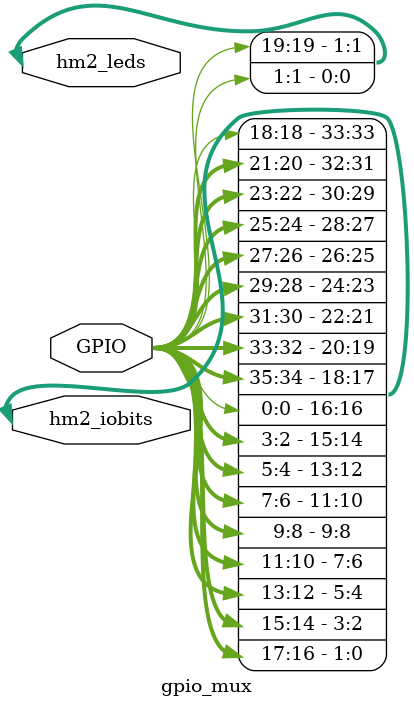
<source format=sv>
module gpio_mux (
	inout [GPIOWidth-1:0]	GPIO,
	inout [IOWidth-1:0] 	hm2_iobits,
	inout [1:0]				hm2_leds
);

parameter GPIOWidth = 36;
parameter IOWidth = 34;

`ifdef GPIO_STRAIGHT

assign GPIO[IOWidth-1:0] = hm2_iobits;
assign GPIO[GPIOWidth-1:IOWidth] = hm2_leds;

`else

assign GPIO[16] = hm2_iobits[00]; // PIN 1
assign GPIO[17] = hm2_iobits[01]; // PIN 14
assign GPIO[14] = hm2_iobits[02]; // PIN 2
assign GPIO[15] = hm2_iobits[03]; // PIN 15
assign GPIO[12] = hm2_iobits[04]; // PIN 3
assign GPIO[13] = hm2_iobits[05]; // PIN 16
assign GPIO[10] = hm2_iobits[06]; // PIN 4
assign GPIO[11] = hm2_iobits[07]; // PIN 17
assign GPIO[08] = hm2_iobits[08]; // PIN 5
assign GPIO[09] = hm2_iobits[09]; // PIN 6
assign GPIO[06] = hm2_iobits[10]; // PIN 7
assign GPIO[07] = hm2_iobits[11]; // PIN 8
assign GPIO[04] = hm2_iobits[12]; // PIN 9
assign GPIO[05] = hm2_iobits[13]; // PIN 10
assign GPIO[02] = hm2_iobits[14]; // PIN 11
assign GPIO[03] = hm2_iobits[15]; // PIN 12
assign GPIO[00] = hm2_iobits[16]; // PIN 13
assign GPIO[01] = hm2_leds[0];

// DB25-P3
assign GPIO[34] = hm2_iobits[17]; // PIN 1
assign GPIO[35] = hm2_iobits[18]; // PIN 14
assign GPIO[32] = hm2_iobits[19]; // PIN 2
assign GPIO[33] = hm2_iobits[20]; // PIN 15
assign GPIO[30] = hm2_iobits[21]; // PIN 3
assign GPIO[31] = hm2_iobits[22]; // PIN 16
assign GPIO[28] = hm2_iobits[23]; // PIN 4
assign GPIO[29] = hm2_iobits[24]; // PIN 17
assign GPIO[26] = hm2_iobits[25]; // PIN 5
assign GPIO[27] = hm2_iobits[26]; // PIN 6
assign GPIO[24] = hm2_iobits[27]; // PIN 7
assign GPIO[25] = hm2_iobits[28]; // PIN 8
assign GPIO[22] = hm2_iobits[29]; // PIN 9
assign GPIO[23] = hm2_iobits[30]; // PIN 10
assign GPIO[20] = hm2_iobits[31]; // PIN 11
assign GPIO[21] = hm2_iobits[32]; // PIN 12
assign GPIO[18] = hm2_iobits[33]; // PIN 13
assign GPIO[19] = hm2_leds[1];

`endif

endmodule

</source>
